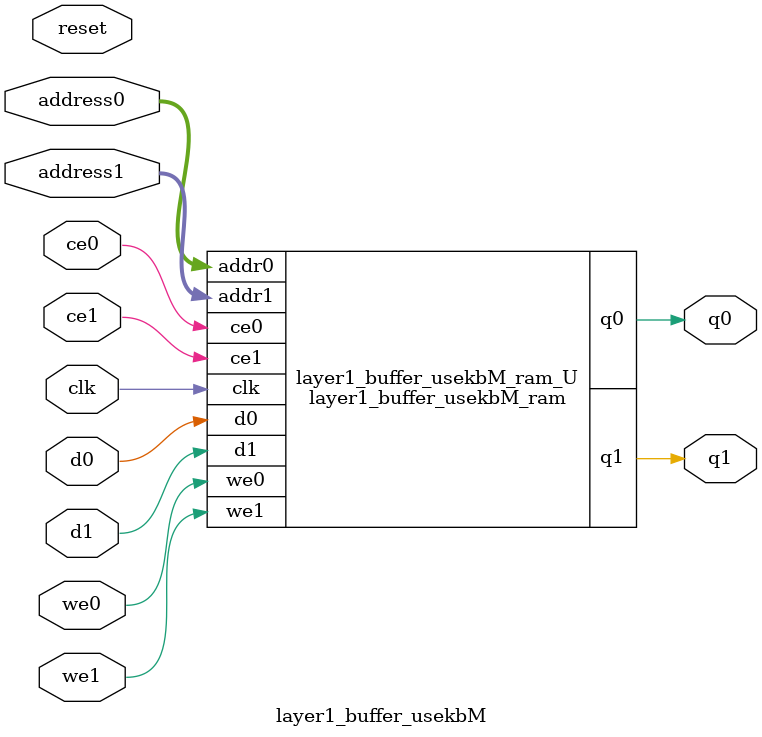
<source format=v>
`timescale 1 ns / 1 ps
module layer1_buffer_usekbM_ram (addr0, ce0, d0, we0, q0, addr1, ce1, d1, we1, q1,  clk);

parameter DWIDTH = 1;
parameter AWIDTH = 9;
parameter MEM_SIZE = 340;

input[AWIDTH-1:0] addr0;
input ce0;
input[DWIDTH-1:0] d0;
input we0;
output reg[DWIDTH-1:0] q0;
input[AWIDTH-1:0] addr1;
input ce1;
input[DWIDTH-1:0] d1;
input we1;
output reg[DWIDTH-1:0] q1;
input clk;

(* ram_style = "block" *)reg [DWIDTH-1:0] ram[0:MEM_SIZE-1];




always @(posedge clk)  
begin 
    if (ce0) 
    begin
        if (we0) 
        begin 
            ram[addr0] <= d0; 
        end 
        q0 <= ram[addr0];
    end
end


always @(posedge clk)  
begin 
    if (ce1) 
    begin
        if (we1) 
        begin 
            ram[addr1] <= d1; 
        end 
        q1 <= ram[addr1];
    end
end


endmodule

`timescale 1 ns / 1 ps
module layer1_buffer_usekbM(
    reset,
    clk,
    address0,
    ce0,
    we0,
    d0,
    q0,
    address1,
    ce1,
    we1,
    d1,
    q1);

parameter DataWidth = 32'd1;
parameter AddressRange = 32'd340;
parameter AddressWidth = 32'd9;
input reset;
input clk;
input[AddressWidth - 1:0] address0;
input ce0;
input we0;
input[DataWidth - 1:0] d0;
output[DataWidth - 1:0] q0;
input[AddressWidth - 1:0] address1;
input ce1;
input we1;
input[DataWidth - 1:0] d1;
output[DataWidth - 1:0] q1;



layer1_buffer_usekbM_ram layer1_buffer_usekbM_ram_U(
    .clk( clk ),
    .addr0( address0 ),
    .ce0( ce0 ),
    .we0( we0 ),
    .d0( d0 ),
    .q0( q0 ),
    .addr1( address1 ),
    .ce1( ce1 ),
    .we1( we1 ),
    .d1( d1 ),
    .q1( q1 ));

endmodule


</source>
